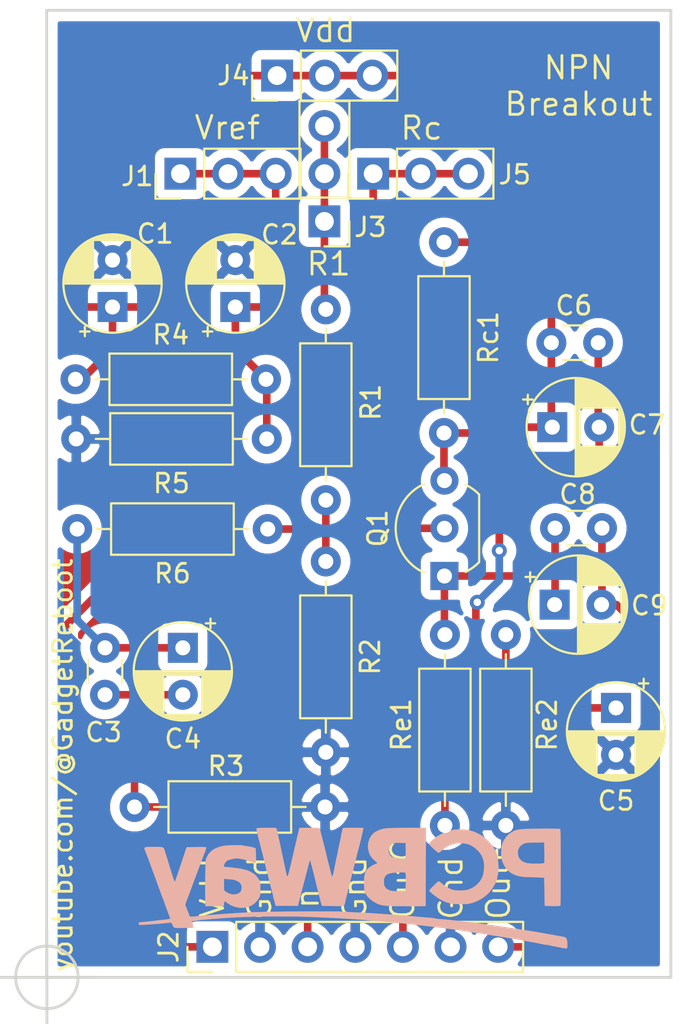
<source format=kicad_pcb>
(kicad_pcb (version 20171130) (host pcbnew "(5.1.2-1)-1")
  (layers (0 F.Cu signal) (31 B.Cu signal) (34 B.Paste user hide) (35 F.Paste user) (36 B.SilkS user) (37 F.SilkS user) (38 B.Mask user hide) (39 F.Mask user hide) (44 Edge.Cuts user))
  (net 0 "")
  (net 1 GNDREF)
  (net 2 VDD)
  (net 3 /VRef)
  (net 4 "Net-(C3-Pad2)")
  (net 5 "Net-(C3-Pad1)")
  (net 6 "Net-(C5-Pad1)")
  (net 7 "Net-(C6-Pad1)")
  (net 8 "Net-(C6-Pad2)")
  (net 9 "Net-(C8-Pad1)")
  (net 10 "Net-(C8-Pad2)")
  (net 11 "Net-(J3-Pad1)")
  (net 12 "Net-(Q1-Pad2)")
  (module "_Custom_Footprints:pcb way logo" (layer B.Cu) (at 182.636 132.946 180)
    (fp_text reference G*** hide)
    (fp_text value LOGO hide)
  )
  (module Capacitor_THT:CP_Radial_D5.0mm_P2.50mm (layer F.Cu) (at 169.811 101.321 90)
    (fp_text reference C1 (at 3.9 2.275 180) (layer F.SilkS))
    (fp_text value 10uF)
    (pad 2 thru_hole circle (at 2.5 0 90) (size 1.6 1.6) (drill 0.8) (layers *.Cu *.Mask) (net 1 GNDREF))
    (pad 1 thru_hole rect (at 0 0 90) (size 1.6 1.6) (drill 0.8) (layers *.Cu *.Mask) (net 2 VDD))
  )
  (module Capacitor_THT:CP_Radial_D5.0mm_P2.50mm (layer F.Cu) (at 176.361 101.321 90)
    (fp_text reference C2 (at 3.85 2.35 180) (layer F.SilkS))
    (fp_text value 10uF)
    (pad 1 thru_hole rect (at 0 0 90) (size 1.6 1.6) (drill 0.8) (layers *.Cu *.Mask) (net 3 /VRef))
    (pad 2 thru_hole circle (at 2.5 0 90) (size 1.6 1.6) (drill 0.8) (layers *.Cu *.Mask) (net 1 GNDREF))
  )
  (module Capacitor_THT:C_Disc_D3.0mm_W1.6mm_P2.50mm (layer F.Cu) (at 169.411 119.471 270)
    (fp_text reference C3 (at 4.5 0.075 180) (layer F.SilkS))
    (fp_text value 100nF)
    (pad 2 thru_hole circle (at 2.5 0 270) (size 1.6 1.6) (drill 0.8) (layers *.Cu *.Mask) (net 4 "Net-(C3-Pad2)"))
    (pad 1 thru_hole circle (at 0 0 270) (size 1.6 1.6) (drill 0.8) (layers *.Cu *.Mask) (net 5 "Net-(C3-Pad1)"))
  )
  (module Capacitor_THT:CP_Radial_D5.0mm_P2.50mm (layer F.Cu) (at 173.561 119.471 270)
    (fp_text reference C4 (at 4.85 0 180) (layer F.SilkS))
    (fp_text value 10uF)
    (pad 1 thru_hole rect (at 0 0 270) (size 1.6 1.6) (drill 0.8) (layers *.Cu *.Mask) (net 5 "Net-(C3-Pad1)"))
    (pad 2 thru_hole circle (at 2.5 0 270) (size 1.6 1.6) (drill 0.8) (layers *.Cu *.Mask) (net 4 "Net-(C3-Pad2)"))
  )
  (module Capacitor_THT:CP_Radial_D5.0mm_P2.50mm (layer F.Cu) (at 196.661 122.671 270)
    (fp_text reference C5 (at 4.95 0 180) (layer F.SilkS))
    (fp_text value 10uF)
    (pad 1 thru_hole rect (at 0 0 270) (size 1.6 1.6) (drill 0.8) (layers *.Cu *.Mask) (net 6 "Net-(C5-Pad1)"))
    (pad 2 thru_hole circle (at 2.5 0 270) (size 1.6 1.6) (drill 0.8) (layers *.Cu *.Mask) (net 1 GNDREF))
  )
  (module Capacitor_THT:C_Disc_D3.0mm_W1.6mm_P2.50mm (layer F.Cu) (at 195.711 103.221 180)
    (fp_text reference C6 (at 1.3 1.975) (layer F.SilkS))
    (fp_text value 100nF)
    (pad 1 thru_hole circle (at 0 0 180) (size 1.6 1.6) (drill 0.8) (layers *.Cu *.Mask) (net 7 "Net-(C6-Pad1)"))
    (pad 2 thru_hole circle (at 2.5 0 180) (size 1.6 1.6) (drill 0.8) (layers *.Cu *.Mask) (net 8 "Net-(C6-Pad2)"))
  )
  (module Capacitor_THT:CP_Radial_D5.0mm_P2.50mm (layer F.Cu) (at 193.261 107.721)
    (fp_text reference C7 (at 5.05 -0.125) (layer F.SilkS))
    (fp_text value 10uF)
    (pad 2 thru_hole circle (at 2.5 0) (size 1.6 1.6) (drill 0.8) (layers *.Cu *.Mask) (net 7 "Net-(C6-Pad1)"))
    (pad 1 thru_hole rect (at 0 0) (size 1.6 1.6) (drill 0.8) (layers *.Cu *.Mask) (net 8 "Net-(C6-Pad2)"))
  )
  (module Capacitor_THT:C_Disc_D3.0mm_W1.6mm_P2.50mm (layer F.Cu) (at 195.911 113.096 180)
    (fp_text reference C8 (at 1.3 1.8) (layer F.SilkS))
    (fp_text value 100nF)
    (pad 1 thru_hole circle (at 0 0 180) (size 1.6 1.6) (drill 0.8) (layers *.Cu *.Mask) (net 9 "Net-(C8-Pad1)"))
    (pad 2 thru_hole circle (at 2.5 0 180) (size 1.6 1.6) (drill 0.8) (layers *.Cu *.Mask) (net 10 "Net-(C8-Pad2)"))
  )
  (module Capacitor_THT:CP_Radial_D5.0mm_P2.50mm (layer F.Cu) (at 193.386 117.171)
    (fp_text reference C9 (at 5.05 0.05) (layer F.SilkS))
    (fp_text value 10uF)
    (pad 2 thru_hole circle (at 2.5 0) (size 1.6 1.6) (drill 0.8) (layers *.Cu *.Mask) (net 9 "Net-(C8-Pad1)"))
    (pad 1 thru_hole rect (at 0 0) (size 1.6 1.6) (drill 0.8) (layers *.Cu *.Mask) (net 10 "Net-(C8-Pad2)"))
  )
  (module Connector_PinHeader_2.54mm:PinHeader_1x03_P2.54mm_Vertical (layer F.Cu) (at 173.431 94.221 90)
    (fp_text reference J1 (at -0.14 -2.3 180) (layer F.SilkS))
    (fp_text value Conn_01x03)
    (pad 1 thru_hole rect (at 0 0 90) (size 1.7 1.7) (drill 1) (layers *.Cu *.Mask) (net 3 /VRef))
    (pad 2 thru_hole oval (at 0 2.54 90) (size 1.7 1.7) (drill 1) (layers *.Cu *.Mask) (net 3 /VRef))
    (pad 3 thru_hole oval (at 0 5.08 90) (size 1.7 1.7) (drill 1) (layers *.Cu *.Mask) (net 3 /VRef))
  )
  (module Connector_PinHeader_2.54mm:PinHeader_1x07_P2.54mm_Vertical (layer F.Cu) (at 175.136 135.396 90)
    (fp_text reference J2 (at 0 -2.33 90) (layer F.SilkS))
    (fp_text value Conn_01x07)
    (pad 1 thru_hole rect (at 0 0 90) (size 1.7 1.7) (drill 1) (layers *.Cu *.Mask) (net 2 VDD))
    (pad 2 thru_hole oval (at 0 2.54 90) (size 1.7 1.7) (drill 1) (layers *.Cu *.Mask) (net 1 GNDREF))
    (pad 3 thru_hole oval (at 0 5.08 90) (size 1.7 1.7) (drill 1) (layers *.Cu *.Mask) (net 4 "Net-(C3-Pad2)"))
    (pad 4 thru_hole oval (at 0 7.62 90) (size 1.7 1.7) (drill 1) (layers *.Cu *.Mask) (net 1 GNDREF))
    (pad 5 thru_hole oval (at 0 10.16 90) (size 1.7 1.7) (drill 1) (layers *.Cu *.Mask) (net 7 "Net-(C6-Pad1)"))
    (pad 6 thru_hole oval (at 0 12.7 90) (size 1.7 1.7) (drill 1) (layers *.Cu *.Mask) (net 1 GNDREF))
    (pad 7 thru_hole oval (at 0 15.24 90) (size 1.7 1.7) (drill 1) (layers *.Cu *.Mask) (net 9 "Net-(C8-Pad1)"))
  )
  (module Connector_PinHeader_2.54mm:PinHeader_1x03_P2.54mm_Vertical (layer F.Cu) (at 181.111 96.761 180)
    (fp_text reference J3 (at -2.45 -0.31) (layer F.SilkS))
    (fp_text value Conn_01x03)
    (pad 3 thru_hole oval (at 0 5.08 180) (size 1.7 1.7) (drill 1) (layers *.Cu *.Mask) (net 11 "Net-(J3-Pad1)"))
    (pad 2 thru_hole oval (at 0 2.54 180) (size 1.7 1.7) (drill 1) (layers *.Cu *.Mask) (net 11 "Net-(J3-Pad1)"))
    (pad 1 thru_hole rect (at 0 0 180) (size 1.7 1.7) (drill 1) (layers *.Cu *.Mask) (net 11 "Net-(J3-Pad1)"))
  )
  (module Connector_PinHeader_2.54mm:PinHeader_1x03_P2.54mm_Vertical (layer F.Cu) (at 178.586 88.996 90)
    (fp_text reference J4 (at 0 -2.33 180) (layer F.SilkS))
    (fp_text value Conn_01x03)
    (pad 1 thru_hole rect (at 0 0 90) (size 1.7 1.7) (drill 1) (layers *.Cu *.Mask) (net 2 VDD))
    (pad 2 thru_hole oval (at 0 2.54 90) (size 1.7 1.7) (drill 1) (layers *.Cu *.Mask) (net 2 VDD))
    (pad 3 thru_hole oval (at 0 5.08 90) (size 1.7 1.7) (drill 1) (layers *.Cu *.Mask) (net 2 VDD))
  )
  (module Connector_PinHeader_2.54mm:PinHeader_1x03_P2.54mm_Vertical (layer F.Cu) (at 183.711 94.221 90)
    (fp_text reference J5 (at -0.05 7.55 180) (layer F.SilkS))
    (fp_text value Conn_01x03)
    (pad 3 thru_hole oval (at 0 5.08 90) (size 1.7 1.7) (drill 1) (layers *.Cu *.Mask) (net 8 "Net-(C6-Pad2)"))
    (pad 2 thru_hole oval (at 0 2.54 90) (size 1.7 1.7) (drill 1) (layers *.Cu *.Mask) (net 8 "Net-(C6-Pad2)"))
    (pad 1 thru_hole rect (at 0 0 90) (size 1.7 1.7) (drill 1) (layers *.Cu *.Mask) (net 8 "Net-(C6-Pad2)"))
  )
  (module Package_TO_SOT_THT:TO-92_Inline_Wide (layer F.Cu) (at 187.511 115.646 90)
    (fp_text reference Q1 (at 2.54 -3.56 90) (layer F.SilkS))
    (fp_text value 2N3904)
    (pad 2 thru_hole circle (at 2.54 0 180) (size 1.5 1.5) (drill 0.8) (layers *.Cu *.Mask) (net 12 "Net-(Q1-Pad2)"))
    (pad 3 thru_hole circle (at 5.08 0 180) (size 1.5 1.5) (drill 0.8) (layers *.Cu *.Mask) (net 8 "Net-(C6-Pad2)"))
    (pad 1 thru_hole rect (at 0 0 180) (size 1.5 1.5) (drill 0.8) (layers *.Cu *.Mask) (net 10 "Net-(C8-Pad2)"))
  )
  (module Resistor_THT:R_Axial_DIN0207_L6.3mm_D2.5mm_P10.16mm_Horizontal (layer F.Cu) (at 181.186 101.446 270)
    (fp_text reference R1 (at 4.95 -2.4 270) (layer F.SilkS))
    (fp_text value 100K)
    (pad 2 thru_hole oval (at 10.16 0 270) (size 1.6 1.6) (drill 0.8) (layers *.Cu *.Mask) (net 12 "Net-(Q1-Pad2)"))
    (pad 1 thru_hole circle (at 0 0 270) (size 1.6 1.6) (drill 0.8) (layers *.Cu *.Mask) (net 11 "Net-(J3-Pad1)"))
  )
  (module Resistor_THT:R_Axial_DIN0207_L6.3mm_D2.5mm_P10.16mm_Horizontal (layer F.Cu) (at 181.186 114.871 270)
    (fp_text reference R2 (at 5.08 -2.37 90) (layer F.SilkS))
    (fp_text value 10K)
    (pad 1 thru_hole circle (at 0 0 270) (size 1.6 1.6) (drill 0.8) (layers *.Cu *.Mask) (net 12 "Net-(Q1-Pad2)"))
    (pad 2 thru_hole oval (at 10.16 0 270) (size 1.6 1.6) (drill 0.8) (layers *.Cu *.Mask) (net 1 GNDREF))
  )
  (module Resistor_THT:R_Axial_DIN0207_L6.3mm_D2.5mm_P10.16mm_Horizontal (layer F.Cu) (at 170.986 127.946)
    (fp_text reference R3 (at 4.875 -2.175) (layer F.SilkS))
    (fp_text value 1M)
    (pad 1 thru_hole circle (at 0 0) (size 1.6 1.6) (drill 0.8) (layers *.Cu *.Mask) (net 4 "Net-(C3-Pad2)"))
    (pad 2 thru_hole oval (at 10.16 0) (size 1.6 1.6) (drill 0.8) (layers *.Cu *.Mask) (net 1 GNDREF))
  )
  (module Resistor_THT:R_Axial_DIN0207_L6.3mm_D2.5mm_P10.16mm_Horizontal (layer F.Cu) (at 167.836 105.171)
    (fp_text reference R4 (at 5.08 -2.37) (layer F.SilkS))
    (fp_text value 10K)
    (pad 2 thru_hole oval (at 10.16 0) (size 1.6 1.6) (drill 0.8) (layers *.Cu *.Mask) (net 3 /VRef))
    (pad 1 thru_hole circle (at 0 0) (size 1.6 1.6) (drill 0.8) (layers *.Cu *.Mask) (net 2 VDD))
  )
  (module Resistor_THT:R_Axial_DIN0207_L6.3mm_D2.5mm_P10.16mm_Horizontal (layer F.Cu) (at 178.036 108.346 180)
    (fp_text reference R5 (at 5.08 -2.37) (layer F.SilkS))
    (fp_text value 10K)
    (pad 1 thru_hole circle (at 0 0 180) (size 1.6 1.6) (drill 0.8) (layers *.Cu *.Mask) (net 3 /VRef))
    (pad 2 thru_hole oval (at 10.16 0 180) (size 1.6 1.6) (drill 0.8) (layers *.Cu *.Mask) (net 1 GNDREF))
  )
  (module Resistor_THT:R_Axial_DIN0207_L6.3mm_D2.5mm_P10.16mm_Horizontal (layer F.Cu) (at 178.086 113.146 180)
    (fp_text reference R6 (at 5.08 -2.37) (layer F.SilkS))
    (fp_text value 0r)
    (pad 2 thru_hole oval (at 10.16 0 180) (size 1.6 1.6) (drill 0.8) (layers *.Cu *.Mask) (net 5 "Net-(C3-Pad1)"))
    (pad 1 thru_hole circle (at 0 0 180) (size 1.6 1.6) (drill 0.8) (layers *.Cu *.Mask) (net 12 "Net-(Q1-Pad2)"))
  )
  (module Resistor_THT:R_Axial_DIN0207_L6.3mm_D2.5mm_P10.16mm_Horizontal (layer F.Cu) (at 190.786 118.771 270)
    (fp_text reference Re2 (at 4.8 -2.2 90) (layer F.SilkS))
    (fp_text value 1K)
    (pad 2 thru_hole oval (at 10.16 0 270) (size 1.6 1.6) (drill 0.8) (layers *.Cu *.Mask) (net 1 GNDREF))
    (pad 1 thru_hole circle (at 0 0 270) (size 1.6 1.6) (drill 0.8) (layers *.Cu *.Mask) (net 6 "Net-(C5-Pad1)"))
  )
  (module Resistor_THT:R_Axial_DIN0207_L6.3mm_D2.5mm_P10.16mm_Horizontal (layer F.Cu) (at 187.486 97.871 270)
    (fp_text reference Rc1 (at 5.08 -2.37 90) (layer F.SilkS))
    (fp_text value 4K7)
    (pad 1 thru_hole circle (at 0 0 270) (size 1.6 1.6) (drill 0.8) (layers *.Cu *.Mask) (net 2 VDD))
    (pad 2 thru_hole oval (at 10.16 0 270) (size 1.6 1.6) (drill 0.8) (layers *.Cu *.Mask) (net 8 "Net-(C6-Pad2)"))
  )
  (module Resistor_THT:R_Axial_DIN0207_L6.3mm_D2.5mm_P10.16mm_Horizontal (layer F.Cu) (at 187.536 118.771 270)
    (fp_text reference Re1 (at 4.8 2.325 270) (layer F.SilkS))
    (fp_text value 0r)
    (pad 1 thru_hole circle (at 0 0 270) (size 1.6 1.6) (drill 0.8) (layers *.Cu *.Mask) (net 10 "Net-(C8-Pad2)"))
    (pad 2 thru_hole oval (at 10.16 0 270) (size 1.6 1.6) (drill 0.8) (layers *.Cu *.Mask) (net 6 "Net-(C5-Pad1)"))
  )
  (gr_text "NPN\nBreakout" (at 194.661 89.546) (layer F.SilkS) (effects (font (size 1.2 1.2))))
  (gr_line (start 166.3 85.521) (end 166.3 97.95) (layer Edge.Cuts) (width 0.15))
  (gr_line (start 199.586 85.521) (end 166.3 85.521) (layer Edge.Cuts) (width 0.15))
  (gr_line (start 199.586 137.021) (end 199.586 85.521) (layer Edge.Cuts) (width 0.15))
  (gr_line (start 186.86 137.021) (end 199.586 137.021) (layer Edge.Cuts) (width 0.15))
  (gr_text OutE (at 190.386 131.896 90) (layer F.SilkS) (effects (font (size 1.2 1.2))))
  (gr_text OutC (at 185.286 131.796 90) (layer F.SilkS) (effects (font (size 1.2 1.2))))
  (gr_text In (at 180.186 133.096 90) (layer F.SilkS) (effects (font (size 1.2 1.2))))
  (gr_text Gnd (at 187.861 132.271 90) (layer F.SilkS) (effects (font (size 1.2 1.2))))
  (gr_text Gnd (at 182.736 132.271 90) (layer F.SilkS) (effects (font (size 1.2 1.2))))
  (gr_text Gnd (at 177.661 132.271 90) (layer F.SilkS) (effects (font (size 1.2 1.2))))
  (gr_text Vdd (at 175.136 132.246 90) (layer F.SilkS) (effects (font (size 1.2 1.2))))
  (gr_text R1 (at 181.336 99.021) (layer F.SilkS) (effects (font (size 1.2 1.2))))
  (gr_text Rc (at 186.286 91.796) (layer F.SilkS) (effects (font (size 1.2 1.2))))
  (gr_text Vref (at 175.936 91.771) (layer F.SilkS) (effects (font (size 1.2 1.2))))
  (gr_text Vdd (at 181.161 86.596) (layer F.SilkS) (effects (font (size 1.2 1.2))))
  (gr_text youtube.com/@GadgetReboot (at 167.161 125.721 90) (layer F.SilkS) (effects (font (size 1 1))))
  (target plus (at 166.311 137.021) (size 5) (width 0.15) (layer Edge.Cuts))
  (gr_line (start 166.3 97.95) (end 166.3 137.021) (layer Edge.Cuts) (width 0.15))
  (gr_line (start 166.3 137.021) (end 186.86 137.021) (layer Edge.Cuts) (width 0.15))
  (segment (start 175.136 135.396) (end 169.636 135.396) (width 0.4064) (layer F.Cu) (net 2))
  (segment (start 169.636 135.396) (end 167.261 133.021) (width 0.4064) (layer F.Cu) (net 2))
  (segment (start 167.261 133.021) (end 167.261 118.346) (width 0.4064) (layer F.Cu) (net 2))
  (segment (start 167.261 118.346) (end 171.911 113.696) (width 0.4064) (layer F.Cu) (net 2))
  (segment (start 171.911 113.696) (end 171.911 102.021) (width 0.4064) (layer F.Cu) (net 2))
  (segment (start 171.211 101.321) (end 169.811 101.321) (width 0.4064) (layer F.Cu) (net 2))
  (segment (start 171.911 102.021) (end 171.211 101.321) (width 0.4064) (layer F.Cu) (net 2))
  (segment (start 167.836 105.171) (end 168.186 105.171) (width 0.4064) (layer F.Cu) (net 2))
  (segment (start 169.811 103.546) (end 169.811 101.321) (width 0.4064) (layer F.Cu) (net 2))
  (segment (start 168.186 105.171) (end 169.811 103.546) (width 0.4064) (layer F.Cu) (net 2))
  (segment (start 183.666 88.996) (end 181.126 88.996) (width 0.4064) (layer F.Cu) (net 2))
  (segment (start 181.126 88.996) (end 178.586 88.996) (width 0.4064) (layer F.Cu) (net 2))
  (segment (start 178.586 88.996) (end 170.861 88.996) (width 0.4064) (layer F.Cu) (net 2))
  (segment (start 170.861 88.996) (end 167.436 92.421) (width 0.4064) (layer F.Cu) (net 2))
  (segment (start 167.436 92.421) (end 167.436 100.746) (width 0.4064) (layer F.Cu) (net 2))
  (segment (start 168.011 101.321) (end 169.811 101.321) (width 0.4064) (layer F.Cu) (net 2))
  (segment (start 167.436 100.746) (end 168.011 101.321) (width 0.4064) (layer F.Cu) (net 2))
  (segment (start 187.486 97.871) (end 191.311 97.871) (width 0.4064) (layer F.Cu) (net 2))
  (segment (start 191.311 97.871) (end 192.261 96.921) (width 0.4064) (layer F.Cu) (net 2))
  (segment (start 192.261 96.921) (end 192.261 90.521) (width 0.4064) (layer F.Cu) (net 2))
  (segment (start 190.736 88.996) (end 183.666 88.996) (width 0.4064) (layer F.Cu) (net 2))
  (segment (start 192.261 90.521) (end 190.736 88.996) (width 0.4064) (layer F.Cu) (net 2))
  (segment (start 178.511 94.221) (end 175.971 94.221) (width 0.4064) (layer F.Cu) (net 3))
  (segment (start 175.971 94.221) (end 173.431 94.221) (width 0.4064) (layer F.Cu) (net 3))
  (segment (start 176.361 101.321) (end 177.961 101.321) (width 0.4064) (layer F.Cu) (net 3))
  (segment (start 178.511 100.771) (end 178.511 94.221) (width 0.4064) (layer F.Cu) (net 3))
  (segment (start 177.961 101.321) (end 178.511 100.771) (width 0.4064) (layer F.Cu) (net 3))
  (segment (start 176.361 103.536) (end 177.996 105.171) (width 0.4064) (layer F.Cu) (net 3))
  (segment (start 176.361 101.321) (end 176.361 103.536) (width 0.4064) (layer F.Cu) (net 3))
  (segment (start 178.036 105.211) (end 177.996 105.171) (width 0.4064) (layer F.Cu) (net 3))
  (segment (start 178.036 108.346) (end 178.036 105.211) (width 0.4064) (layer F.Cu) (net 3))
  (segment (start 180.216 135.396) (end 180.216 133.526) (width 0.4064) (layer F.Cu) (net 4))
  (segment (start 174.636 127.946) (end 170.986 127.946) (width 0.4064) (layer F.Cu) (net 4))
  (segment (start 180.216 133.526) (end 174.636 127.946) (width 0.4064) (layer F.Cu) (net 4))
  (segment (start 170.986 122.121) (end 171.136 121.971) (width 0.4064) (layer F.Cu) (net 4))
  (segment (start 170.986 127.946) (end 170.986 122.121) (width 0.4064) (layer F.Cu) (net 4))
  (segment (start 171.136 121.971) (end 173.561 121.971) (width 0.4064) (layer F.Cu) (net 4))
  (segment (start 169.411 121.971) (end 171.136 121.971) (width 0.4064) (layer F.Cu) (net 4))
  (segment (start 169.411 119.471) (end 173.561 119.471) (width 0.4064) (layer F.Cu) (net 5))
  (segment (start 167.926 117.986) (end 169.411 119.471) (width 0.4064) (layer B.Cu) (net 5))
  (segment (start 167.926 113.146) (end 167.926 117.986) (width 0.4064) (layer B.Cu) (net 5))
  (segment (start 187.536 124.171) (end 187.536 128.931) (width 0.4064) (layer F.Cu) (net 6))
  (segment (start 189.036 122.671) (end 187.536 124.171) (width 0.4064) (layer F.Cu) (net 6))
  (segment (start 190.786 122.521) (end 190.936 122.671) (width 0.4064) (layer F.Cu) (net 6))
  (segment (start 190.786 118.771) (end 190.786 122.521) (width 0.4064) (layer F.Cu) (net 6))
  (segment (start 190.936 122.671) (end 189.036 122.671) (width 0.4064) (layer F.Cu) (net 6))
  (segment (start 196.661 122.671) (end 190.936 122.671) (width 0.4064) (layer F.Cu) (net 6))
  (segment (start 195.711 107.671) (end 195.761 107.721) (width 0.4064) (layer F.Cu) (net 7))
  (segment (start 195.711 103.221) (end 195.711 107.671) (width 0.4064) (layer F.Cu) (net 7))
  (segment (start 185.296 135.396) (end 185.296 133.686) (width 0.4064) (layer F.Cu) (net 7))
  (segment (start 195.761 107.721) (end 195.761 109.496) (width 0.4064) (layer F.Cu) (net 7))
  (segment (start 195.761 109.496) (end 194.786 110.471) (width 0.4064) (layer F.Cu) (net 7))
  (segment (start 194.786 110.471) (end 191.986 110.471) (width 0.4064) (layer F.Cu) (net 7))
  (via (at 190.436 114.296) (size 0.8) (drill 0.4) (layers F.Cu B.Cu) (net 7))
  (segment (start 190.436 112.021) (end 190.436 114.296) (width 0.4064) (layer F.Cu) (net 7))
  (segment (start 191.986 110.471) (end 190.436 112.021) (width 0.4064) (layer F.Cu) (net 7))
  (via (at 189.261 117.046) (size 0.8) (drill 0.4) (layers F.Cu B.Cu) (net 7))
  (segment (start 190.436 115.871) (end 189.261 117.046) (width 0.4064) (layer B.Cu) (net 7))
  (segment (start 190.436 114.296) (end 190.436 115.871) (width 0.4064) (layer B.Cu) (net 7))
  (segment (start 189.261 117.046) (end 189.186 117.121) (width 0.4064) (layer F.Cu) (net 7))
  (segment (start 189.186 117.121) (end 189.186 119.996) (width 0.4064) (layer F.Cu) (net 7))
  (segment (start 185.296 123.886) (end 185.296 133.686) (width 0.4064) (layer F.Cu) (net 7))
  (segment (start 189.186 119.996) (end 185.296 123.886) (width 0.4064) (layer F.Cu) (net 7))
  (segment (start 188.791 94.221) (end 186.251 94.221) (width 0.4064) (layer F.Cu) (net 8))
  (segment (start 186.251 94.221) (end 183.711 94.221) (width 0.4064) (layer F.Cu) (net 8))
  (segment (start 193.211 103.221) (end 193.211 101.721) (width 0.4064) (layer F.Cu) (net 8))
  (segment (start 193.211 101.721) (end 191.961 100.471) (width 0.4064) (layer F.Cu) (net 8))
  (segment (start 191.961 100.471) (end 185.961 100.471) (width 0.4064) (layer F.Cu) (net 8))
  (segment (start 183.711 98.221) (end 183.711 94.221) (width 0.4064) (layer F.Cu) (net 8))
  (segment (start 185.961 100.471) (end 183.711 98.221) (width 0.4064) (layer F.Cu) (net 8))
  (segment (start 193.211 107.671) (end 193.261 107.721) (width 0.4064) (layer F.Cu) (net 8))
  (segment (start 193.211 103.221) (end 193.211 107.671) (width 0.4064) (layer F.Cu) (net 8))
  (segment (start 187.486 108.031) (end 191.201 108.031) (width 0.4064) (layer F.Cu) (net 8))
  (segment (start 191.511 107.721) (end 193.261 107.721) (width 0.4064) (layer F.Cu) (net 8))
  (segment (start 191.201 108.031) (end 191.511 107.721) (width 0.4064) (layer F.Cu) (net 8))
  (segment (start 187.486 110.541) (end 187.511 110.566) (width 0.4064) (layer F.Cu) (net 8))
  (segment (start 187.486 108.031) (end 187.486 110.541) (width 0.4064) (layer F.Cu) (net 8))
  (segment (start 195.911 117.146) (end 195.886 117.171) (width 0.4064) (layer F.Cu) (net 9))
  (segment (start 195.911 113.096) (end 195.911 117.146) (width 0.4064) (layer F.Cu) (net 9))
  (segment (start 190.376 135.396) (end 191.936 135.396) (width 0.4064) (layer F.Cu) (net 9))
  (segment (start 191.936 135.396) (end 198.511 128.821) (width 0.4064) (layer F.Cu) (net 9))
  (segment (start 198.511 128.821) (end 198.511 118.996) (width 0.4064) (layer F.Cu) (net 9))
  (segment (start 196.686 117.171) (end 195.886 117.171) (width 0.4064) (layer F.Cu) (net 9))
  (segment (start 198.511 118.996) (end 196.686 117.171) (width 0.4064) (layer F.Cu) (net 9))
  (segment (start 193.411 117.146) (end 193.386 117.171) (width 0.4064) (layer F.Cu) (net 10))
  (segment (start 193.386 115.646) (end 193.411 115.621) (width 0.4064) (layer F.Cu) (net 10))
  (segment (start 193.411 115.621) (end 193.411 117.146) (width 0.4064) (layer F.Cu) (net 10))
  (segment (start 187.511 115.646) (end 193.386 115.646) (width 0.4064) (layer F.Cu) (net 10))
  (segment (start 193.411 113.096) (end 193.411 115.621) (width 0.4064) (layer F.Cu) (net 10))
  (segment (start 187.511 118.746) (end 187.536 118.771) (width 0.4064) (layer F.Cu) (net 10))
  (segment (start 187.511 115.646) (end 187.511 118.746) (width 0.4064) (layer F.Cu) (net 10))
  (segment (start 181.111 91.681) (end 181.111 94.221) (width 0.4064) (layer F.Cu) (net 11))
  (segment (start 181.111 94.221) (end 181.111 96.761) (width 0.4064) (layer F.Cu) (net 11))
  (segment (start 181.111 101.371) (end 181.186 101.446) (width 0.4064) (layer F.Cu) (net 11))
  (segment (start 181.111 96.761) (end 181.111 101.371) (width 0.4064) (layer F.Cu) (net 11))
  (segment (start 181.036 113.146) (end 181.186 112.996) (width 0.4064) (layer F.Cu) (net 12))
  (segment (start 181.186 112.996) (end 181.186 111.606) (width 0.4064) (layer F.Cu) (net 12))
  (segment (start 178.086 113.146) (end 181.036 113.146) (width 0.4064) (layer F.Cu) (net 12))
  (segment (start 181.186 114.871) (end 181.186 112.996) (width 0.4064) (layer F.Cu) (net 12))
  (segment (start 181.296 113.106) (end 181.186 112.996) (width 0.4064) (layer F.Cu) (net 12))
  (segment (start 187.511 113.106) (end 181.296 113.106) (width 0.4064) (layer F.Cu) (net 12))
  (zone (net 1) (net_name GNDREF) (layer F.Cu) (connect_pads (clearance 0.508)) (min_thickness 0.254) (fill yes (arc_segments 32) (thermal_gap 0.508) (thermal_bridge_width 0.508))
    (polygon (pts (xy 200.186 137.496) (xy 165.311 137.496) (xy 165.311 84.971) (xy 200.286 84.971) (xy 200.286 137.496) (xy 200.211 137.496)))
  )
  (zone (net 1) (net_name GNDREF) (layer B.Cu) (connect_pads (clearance 0.508)) (min_thickness 0.254) (fill yes (arc_segments 32) (thermal_gap 0.508) (thermal_bridge_width 0.508))
    (polygon (pts (xy 200.186 137.496) (xy 165.311 137.496) (xy 165.311 84.971) (xy 200.286 84.971) (xy 200.286 137.496) (xy 200.211 137.496)))
  )
)
</source>
